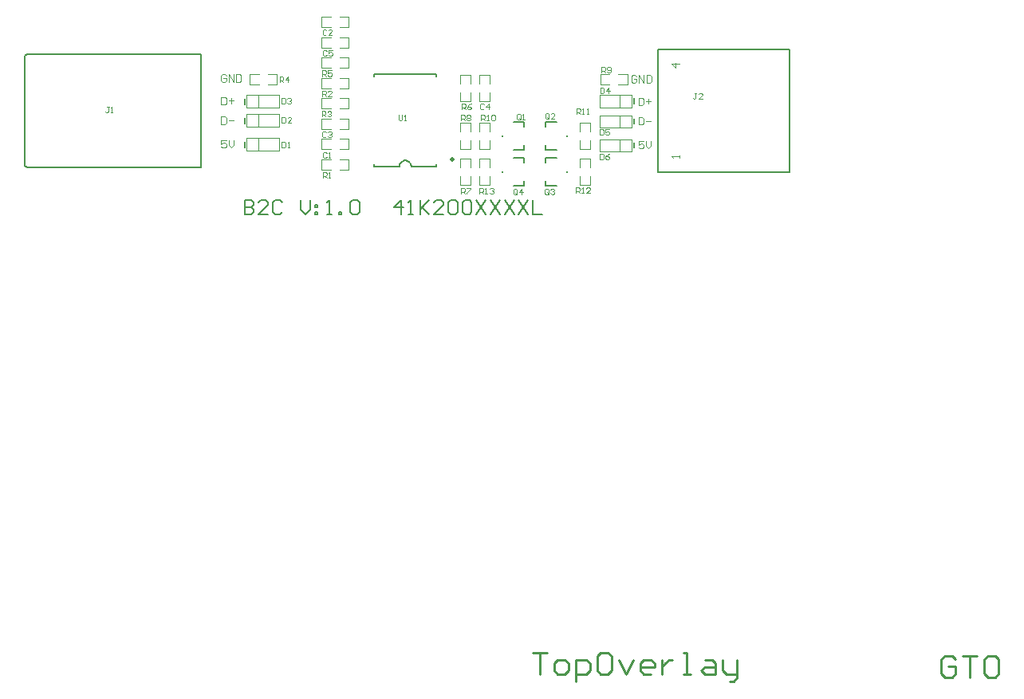
<source format=gto>
%FSLAX44Y44*%
%MOMM*%
G71*
G01*
G75*
%ADD10O,2.0320X0.3302*%
%ADD11R,0.8000X0.8000*%
%ADD12R,0.9144X0.9144*%
%ADD13R,1.2700X0.9144*%
%ADD14R,0.5600X0.8200*%
%ADD15C,0.2540*%
%ADD16C,0.5000*%
%ADD17C,0.3000*%
%ADD18C,0.2286*%
%ADD19C,2.2000*%
%ADD20O,1.1000X1.3000*%
%ADD21C,1.3000*%
%ADD22O,2.3000X1.3000*%
%ADD23O,3.2000X1.4000*%
%ADD24C,0.9000*%
%ADD25C,1.8000*%
%ADD26O,2.0000X1.6000*%
%ADD27O,4.0000X1.6000*%
%ADD28C,0.6000*%
%ADD29C,0.2032*%
%ADD30C,0.1500*%
%ADD31C,0.5000*%
%ADD32C,0.1500*%
%ADD33C,0.1500*%
%ADD34C,0.1000*%
%ADD35C,0.1524*%
%ADD36C,0.1270*%
D18*
X3024201Y1660123D02*
X3020393Y1663932D01*
X3012775D01*
X3008966Y1660123D01*
Y1644888D01*
X3012775Y1641079D01*
X3020393D01*
X3024201Y1644888D01*
Y1652506D01*
X3016584D01*
X3031819Y1663932D02*
X3047054D01*
X3039437D01*
Y1641079D01*
X3066098Y1663932D02*
X3058481D01*
X3054672Y1660123D01*
Y1644888D01*
X3058481Y1641079D01*
X3066098D01*
X3069907Y1644888D01*
Y1660123D01*
X3066098Y1663932D01*
X2575388Y1667386D02*
X2590623D01*
X2583006D01*
Y1644534D01*
X2602050D02*
X2609667D01*
X2613476Y1648342D01*
Y1655960D01*
X2609667Y1659769D01*
X2602050D01*
X2598241Y1655960D01*
Y1648342D01*
X2602050Y1644534D01*
X2621094Y1636916D02*
Y1659769D01*
X2632520D01*
X2636329Y1655960D01*
Y1648342D01*
X2632520Y1644534D01*
X2621094D01*
X2655373Y1667386D02*
X2647755D01*
X2643946Y1663578D01*
Y1648342D01*
X2647755Y1644534D01*
X2655373D01*
X2659181Y1648342D01*
Y1663578D01*
X2655373Y1667386D01*
X2666799Y1659769D02*
X2674417Y1644534D01*
X2682034Y1659769D01*
X2701078Y1644534D02*
X2693460D01*
X2689651Y1648342D01*
Y1655960D01*
X2693460Y1659769D01*
X2701078D01*
X2704886Y1655960D01*
Y1652151D01*
X2689651D01*
X2712504Y1659769D02*
Y1644534D01*
Y1652151D01*
X2716313Y1655960D01*
X2720121Y1659769D01*
X2723930D01*
X2735357Y1644534D02*
X2742974D01*
X2739165D01*
Y1667386D01*
X2735357D01*
X2758209Y1659769D02*
X2765827D01*
X2769636Y1655960D01*
Y1644534D01*
X2758209D01*
X2754401Y1648342D01*
X2758209Y1652151D01*
X2769636D01*
X2777253Y1659769D02*
Y1648342D01*
X2781062Y1644534D01*
X2792488D01*
Y1640725D01*
X2788680Y1636916D01*
X2784871D01*
X2792488Y1644534D02*
Y1659769D01*
D30*
X2446501Y2183671D02*
X2446018Y2186101D01*
X2444642Y2188161D01*
X2442581Y2189538D01*
X2440151Y2190021D01*
X2437721Y2189538D01*
X2435661Y2188161D01*
X2434285Y2186101D01*
X2433801Y2183671D01*
X2472891D02*
Y2186211D01*
X2472876Y2279606D02*
Y2282146D01*
D31*
X2489586Y2191221D02*
D03*
D32*
X2407011Y2183671D02*
X2433801D01*
X2446501D02*
X2472891D01*
X2406996Y2282146D02*
X2472876D01*
X2269398Y2209697D02*
Y2204366D01*
Y2235097D02*
Y2229766D01*
Y2255417D02*
Y2250086D01*
X2683025Y2250845D02*
Y2256177D01*
Y2229255D02*
Y2234587D01*
Y2203855D02*
Y2209187D01*
X2269411Y2147866D02*
Y2132871D01*
X2276909D01*
X2279408Y2135370D01*
Y2137870D01*
X2276909Y2140369D01*
X2269411D01*
X2276909D01*
X2279408Y2142868D01*
Y2145367D01*
X2276909Y2147866D01*
X2269411D01*
X2294403Y2132871D02*
X2284406D01*
X2294403Y2142868D01*
Y2145367D01*
X2291904Y2147866D01*
X2286906D01*
X2284406Y2145367D01*
X2309398D02*
X2306899Y2147866D01*
X2301901D01*
X2299402Y2145367D01*
Y2135370D01*
X2301901Y2132871D01*
X2306899D01*
X2309398Y2135370D01*
X2329392Y2147866D02*
Y2137870D01*
X2334390Y2132871D01*
X2339389Y2137870D01*
Y2147866D01*
X2344387Y2142868D02*
X2346886D01*
Y2140369D01*
X2344387D01*
Y2142868D01*
Y2135370D02*
X2346886D01*
Y2132871D01*
X2344387D01*
Y2135370D01*
X2356883Y2132871D02*
X2361881D01*
X2359382D01*
Y2147866D01*
X2356883Y2145367D01*
X2369379Y2132871D02*
Y2135370D01*
X2371878D01*
Y2132871D01*
X2369379D01*
X2381875Y2145367D02*
X2384374Y2147866D01*
X2389373D01*
X2391872Y2145367D01*
Y2135370D01*
X2389373Y2132871D01*
X2384374D01*
X2381875Y2135370D01*
Y2145367D01*
X2435659Y2132871D02*
Y2147866D01*
X2428161Y2140369D01*
X2438158D01*
X2443156Y2132871D02*
X2448155D01*
X2445656D01*
Y2147866D01*
X2443156Y2145367D01*
X2455652Y2147866D02*
Y2132871D01*
Y2137870D01*
X2465649Y2147866D01*
X2458152Y2140369D01*
X2465649Y2132871D01*
X2480644D02*
X2470648D01*
X2480644Y2142868D01*
Y2145367D01*
X2478145Y2147866D01*
X2473147D01*
X2470648Y2145367D01*
X2485643D02*
X2488142Y2147866D01*
X2493140D01*
X2495639Y2145367D01*
Y2135370D01*
X2493140Y2132871D01*
X2488142D01*
X2485643Y2135370D01*
Y2145367D01*
X2500638D02*
X2503137Y2147866D01*
X2508136D01*
X2510635Y2145367D01*
Y2135370D01*
X2508136Y2132871D01*
X2503137D01*
X2500638Y2135370D01*
Y2145367D01*
X2515633Y2147866D02*
X2525630Y2132871D01*
Y2147866D02*
X2515633Y2132871D01*
X2530628Y2147866D02*
X2540625Y2132871D01*
Y2147866D02*
X2530628Y2132871D01*
X2545623Y2147866D02*
X2555620Y2132871D01*
Y2147866D02*
X2545623Y2132871D01*
X2560619Y2147866D02*
X2570615Y2132871D01*
Y2147866D02*
X2560619Y2132871D01*
X2575614Y2147866D02*
Y2132871D01*
X2585610D01*
D33*
X2407011Y2183671D02*
Y2186211D01*
X2406996Y2279606D02*
Y2282146D01*
D34*
X2529971Y2182951D02*
Y2192451D01*
X2518971Y2163951D02*
Y2173701D01*
X2529971Y2163951D02*
Y2173701D01*
X2518971Y2163951D02*
X2529971D01*
X2518971Y2182951D02*
Y2192451D01*
X2529971D01*
X2625651Y2163951D02*
Y2173451D01*
X2636652Y2182701D02*
Y2192451D01*
X2625651Y2182701D02*
Y2192451D01*
X2636652D01*
Y2163951D02*
Y2173451D01*
X2625651Y2163951D02*
X2636652D01*
X2379971Y2201911D02*
Y2212911D01*
X2370471D02*
X2379971D01*
X2351471Y2201911D02*
Y2212911D01*
Y2201911D02*
X2361221D01*
X2351471Y2212911D02*
X2361221D01*
X2370471Y2201911D02*
X2379971D01*
X2351471Y2331451D02*
Y2342451D01*
Y2331451D02*
X2360972D01*
X2379971D02*
Y2342451D01*
X2370222D02*
X2379971D01*
X2370222Y2331451D02*
X2379971D01*
X2351471Y2342451D02*
X2360972D01*
X2351471Y2223501D02*
Y2234501D01*
Y2223501D02*
X2360972D01*
X2379971D02*
Y2234501D01*
X2370222D02*
X2379971D01*
X2370222Y2223501D02*
X2379971D01*
X2351471Y2234501D02*
X2360972D01*
X2518971Y2281351D02*
X2529971D01*
X2518971Y2271851D02*
Y2281351D01*
Y2252851D02*
X2529971D01*
Y2262601D01*
X2518971Y2252851D02*
Y2262601D01*
X2529971Y2271851D02*
Y2281351D01*
X2351471Y2309861D02*
Y2320861D01*
Y2309861D02*
X2360972D01*
X2379971D02*
Y2320861D01*
X2370222D02*
X2379971D01*
X2370222Y2309861D02*
X2379971D01*
X2351471Y2320861D02*
X2360972D01*
X2306271Y2200911D02*
Y2213911D01*
X2271771D02*
X2306021D01*
X2271771Y2200911D02*
Y2213911D01*
Y2200911D02*
X2306021D01*
X2284271D02*
Y2213911D01*
X2306271Y2226311D02*
Y2239311D01*
X2271771D02*
X2306021D01*
X2271771Y2226311D02*
Y2239311D01*
Y2226311D02*
X2306021D01*
X2284271D02*
Y2239311D01*
X2306271Y2246631D02*
Y2259631D01*
X2271771D02*
X2306021D01*
X2271771Y2246631D02*
Y2259631D01*
Y2246631D02*
X2306021D01*
X2284271D02*
Y2259631D01*
X2646151Y2246631D02*
Y2259631D01*
X2646402Y2246631D02*
X2680652D01*
Y2259631D01*
X2646401D02*
X2680652D01*
X2668152Y2246631D02*
Y2259631D01*
X2646151Y2225041D02*
Y2238041D01*
X2646402Y2225041D02*
X2680652D01*
Y2238041D01*
X2646401D02*
X2680652D01*
X2668152Y2225041D02*
Y2238041D01*
X2351471Y2180321D02*
Y2191321D01*
Y2180321D02*
X2360972D01*
X2379971D02*
Y2191321D01*
X2370222D02*
X2379971D01*
X2370222Y2180321D02*
X2379971D01*
X2351471Y2191321D02*
X2360972D01*
X2351471Y2266681D02*
Y2277681D01*
Y2266681D02*
X2360972D01*
X2379971D02*
Y2277681D01*
X2370222D02*
X2379971D01*
X2370222Y2266681D02*
X2379971D01*
X2351471Y2277681D02*
X2360972D01*
X2379971Y2245091D02*
Y2256091D01*
X2370471D02*
X2379971D01*
X2351471Y2245091D02*
Y2256091D01*
Y2245091D02*
X2361221D01*
X2351471Y2256091D02*
X2361221D01*
X2370471Y2245091D02*
X2379971D01*
X2275271Y2270491D02*
Y2281491D01*
Y2270491D02*
X2284772D01*
X2303772D02*
Y2281491D01*
X2294021D02*
X2303772D01*
X2294021Y2270491D02*
X2303772D01*
X2275271Y2281491D02*
X2284772D01*
X2351471Y2288271D02*
Y2299271D01*
Y2288271D02*
X2360972D01*
X2379971D02*
Y2299271D01*
X2370222D02*
X2379971D01*
X2370222Y2288271D02*
X2379971D01*
X2351471Y2299271D02*
X2360972D01*
X2498651Y2252851D02*
X2509651D01*
Y2262351D01*
X2498651Y2281351D02*
X2509651D01*
X2498651Y2271601D02*
Y2281351D01*
X2509651Y2271601D02*
Y2281351D01*
X2498651Y2252851D02*
Y2262351D01*
Y2192451D02*
X2509651D01*
X2498651Y2182951D02*
Y2192451D01*
Y2163951D02*
X2509651D01*
Y2173701D01*
X2498651Y2163951D02*
Y2173701D01*
X2509651Y2182951D02*
Y2192451D01*
X2498651Y2202051D02*
X2509651D01*
Y2211551D01*
X2498651Y2230551D02*
X2509651D01*
X2498651Y2220801D02*
Y2230551D01*
X2509651Y2220801D02*
Y2230551D01*
X2498651Y2202051D02*
Y2211551D01*
X2647381Y2270491D02*
Y2281491D01*
Y2270491D02*
X2656882D01*
X2675881D02*
Y2281491D01*
X2666132D02*
X2675881D01*
X2666132Y2270491D02*
X2675881D01*
X2647381Y2281491D02*
X2656882D01*
X2518971Y2230551D02*
X2529971D01*
X2518971Y2221051D02*
Y2230551D01*
Y2202051D02*
X2529971D01*
Y2211801D01*
X2518971Y2202051D02*
Y2211801D01*
X2529971Y2221051D02*
Y2230551D01*
X2625651Y2202051D02*
X2636652D01*
Y2211551D01*
X2625651Y2230551D02*
X2636652D01*
X2625651Y2220801D02*
Y2230551D01*
X2636652Y2220801D02*
Y2230551D01*
X2625651Y2202051D02*
Y2211551D01*
X2646151Y2199641D02*
Y2212641D01*
X2646402Y2199641D02*
X2680652D01*
Y2212641D01*
X2646401D02*
X2680652D01*
X2668152Y2199641D02*
Y2212641D01*
X2433011Y2238419D02*
Y2233421D01*
X2434011Y2232421D01*
X2436010D01*
X2437010Y2233421D01*
Y2238419D01*
X2439009Y2232421D02*
X2441009D01*
X2440009D01*
Y2238419D01*
X2439009Y2237420D01*
X2518891Y2154871D02*
Y2160869D01*
X2521890D01*
X2522890Y2159870D01*
Y2157870D01*
X2521890Y2156871D01*
X2518891D01*
X2520891D02*
X2522890Y2154871D01*
X2524889D02*
X2526889D01*
X2525889D01*
Y2160869D01*
X2524889Y2159870D01*
X2529888D02*
X2530887Y2160869D01*
X2532887D01*
X2533887Y2159870D01*
Y2158870D01*
X2532887Y2157870D01*
X2531887D01*
X2532887D01*
X2533887Y2156871D01*
Y2155871D01*
X2532887Y2154871D01*
X2530887D01*
X2529888Y2155871D01*
X2621411Y2155371D02*
Y2161369D01*
X2624410D01*
X2625410Y2160370D01*
Y2158370D01*
X2624410Y2157371D01*
X2621411D01*
X2623411D02*
X2625410Y2155371D01*
X2627409D02*
X2629409D01*
X2628409D01*
Y2161369D01*
X2627409Y2160370D01*
X2636407Y2155371D02*
X2632408D01*
X2636407Y2159370D01*
Y2160370D01*
X2635407Y2161369D01*
X2633407D01*
X2632408Y2160370D01*
X2558910Y2154871D02*
Y2158870D01*
X2557910Y2159869D01*
X2555911D01*
X2554911Y2158870D01*
Y2154871D01*
X2555911Y2153871D01*
X2557910D01*
X2556911Y2155871D02*
X2558910Y2153871D01*
X2557910D02*
X2558910Y2154871D01*
X2563908Y2153871D02*
Y2159869D01*
X2560909Y2156870D01*
X2564908D01*
X2592410Y2155371D02*
Y2159370D01*
X2591411Y2160369D01*
X2589411D01*
X2588411Y2159370D01*
Y2155371D01*
X2589411Y2154371D01*
X2591411D01*
X2590411Y2156371D02*
X2592410Y2154371D01*
X2591411D02*
X2592410Y2155371D01*
X2594409Y2159370D02*
X2595409Y2160369D01*
X2597408D01*
X2598408Y2159370D01*
Y2158370D01*
X2597408Y2157370D01*
X2596409D01*
X2597408D01*
X2598408Y2156371D01*
Y2155371D01*
X2597408Y2154371D01*
X2595409D01*
X2594409Y2155371D01*
X2356660Y2198240D02*
X2355660Y2199239D01*
X2353661D01*
X2352661Y2198240D01*
Y2194241D01*
X2353661Y2193241D01*
X2355660D01*
X2356660Y2194241D01*
X2358659Y2193241D02*
X2360659D01*
X2359659D01*
Y2199239D01*
X2358659Y2198240D01*
X2356410Y2328370D02*
X2355410Y2329369D01*
X2353411D01*
X2352411Y2328370D01*
Y2324371D01*
X2353411Y2323371D01*
X2355410D01*
X2356410Y2324371D01*
X2362408Y2323371D02*
X2358409D01*
X2362408Y2327370D01*
Y2328370D01*
X2361408Y2329369D01*
X2359409D01*
X2358409Y2328370D01*
X2355910Y2219930D02*
X2354910Y2220929D01*
X2352911D01*
X2351911Y2219930D01*
Y2215931D01*
X2352911Y2214931D01*
X2354910D01*
X2355910Y2215931D01*
X2357909Y2219930D02*
X2358909Y2220929D01*
X2360908D01*
X2361908Y2219930D01*
Y2218930D01*
X2360908Y2217930D01*
X2359909D01*
X2360908D01*
X2361908Y2216931D01*
Y2215931D01*
X2360908Y2214931D01*
X2358909D01*
X2357909Y2215931D01*
X2523660Y2249370D02*
X2522660Y2250369D01*
X2520661D01*
X2519661Y2249370D01*
Y2245371D01*
X2520661Y2244371D01*
X2522660D01*
X2523660Y2245371D01*
X2528658Y2244371D02*
Y2250369D01*
X2525659Y2247370D01*
X2529658D01*
X2356660Y2306190D02*
X2355660Y2307189D01*
X2353661D01*
X2352661Y2306190D01*
Y2302191D01*
X2353661Y2301191D01*
X2355660D01*
X2356660Y2302191D01*
X2362658Y2307189D02*
X2358659D01*
Y2304190D01*
X2360659Y2305190D01*
X2361658D01*
X2362658Y2304190D01*
Y2302191D01*
X2361658Y2301191D01*
X2359659D01*
X2358659Y2302191D01*
X2309161Y2210119D02*
Y2204121D01*
X2312160D01*
X2313160Y2205121D01*
Y2209120D01*
X2312160Y2210119D01*
X2309161D01*
X2315159Y2204121D02*
X2317159D01*
X2316159D01*
Y2210119D01*
X2315159Y2209120D01*
X2309111Y2236119D02*
Y2230121D01*
X2312110D01*
X2313110Y2231121D01*
Y2235120D01*
X2312110Y2236119D01*
X2309111D01*
X2319108Y2230121D02*
X2315109D01*
X2319108Y2234120D01*
Y2235120D01*
X2318108Y2236119D01*
X2316109D01*
X2315109Y2235120D01*
X2308911Y2256369D02*
Y2250371D01*
X2311910D01*
X2312910Y2251371D01*
Y2255370D01*
X2311910Y2256369D01*
X2308911D01*
X2314909Y2255370D02*
X2315909Y2256369D01*
X2317908D01*
X2318908Y2255370D01*
Y2254370D01*
X2317908Y2253370D01*
X2316909D01*
X2317908D01*
X2318908Y2252371D01*
Y2251371D01*
X2317908Y2250371D01*
X2315909D01*
X2314909Y2251371D01*
X2647161Y2267369D02*
Y2261371D01*
X2650161D01*
X2651160Y2262371D01*
Y2266370D01*
X2650161Y2267369D01*
X2647161D01*
X2656158Y2261371D02*
Y2267369D01*
X2653159Y2264370D01*
X2657158D01*
X2646661Y2223119D02*
Y2217121D01*
X2649660D01*
X2650660Y2218121D01*
Y2222120D01*
X2649660Y2223119D01*
X2646661D01*
X2656658D02*
X2652659D01*
Y2220120D01*
X2654659Y2221120D01*
X2655658D01*
X2656658Y2220120D01*
Y2218121D01*
X2655658Y2217121D01*
X2653659D01*
X2652659Y2218121D01*
X2646911Y2197369D02*
Y2191371D01*
X2649910D01*
X2650910Y2192371D01*
Y2196370D01*
X2649910Y2197369D01*
X2646911D01*
X2656908D02*
X2654909Y2196370D01*
X2652910Y2194370D01*
Y2192371D01*
X2653909Y2191371D01*
X2655909D01*
X2656908Y2192371D01*
Y2193371D01*
X2655909Y2194370D01*
X2652910D01*
X2562660Y2234371D02*
Y2238370D01*
X2561660Y2239369D01*
X2559661D01*
X2558661Y2238370D01*
Y2234371D01*
X2559661Y2233371D01*
X2561660D01*
X2560661Y2235371D02*
X2562660Y2233371D01*
X2561660D02*
X2562660Y2234371D01*
X2564659Y2233371D02*
X2566659D01*
X2565659D01*
Y2239369D01*
X2564659Y2238370D01*
X2592660Y2235121D02*
Y2239120D01*
X2591660Y2240119D01*
X2589661D01*
X2588661Y2239120D01*
Y2235121D01*
X2589661Y2234121D01*
X2591660D01*
X2590661Y2236121D02*
X2592660Y2234121D01*
X2591660D02*
X2592660Y2235121D01*
X2598658Y2234121D02*
X2594659D01*
X2598658Y2238120D01*
Y2239120D01*
X2597658Y2240119D01*
X2595659D01*
X2594659Y2239120D01*
X2352661Y2171801D02*
Y2177799D01*
X2355660D01*
X2356660Y2176800D01*
Y2174800D01*
X2355660Y2173801D01*
X2352661D01*
X2354661D02*
X2356660Y2171801D01*
X2358659D02*
X2360659D01*
X2359659D01*
Y2177799D01*
X2358659Y2176800D01*
X2352161Y2258311D02*
Y2264309D01*
X2355160D01*
X2356160Y2263310D01*
Y2261310D01*
X2355160Y2260311D01*
X2352161D01*
X2354161D02*
X2356160Y2258311D01*
X2362158D02*
X2358159D01*
X2362158Y2262310D01*
Y2263310D01*
X2361158Y2264309D01*
X2359159D01*
X2358159Y2263310D01*
X2351661Y2236621D02*
Y2242619D01*
X2354660D01*
X2355660Y2241620D01*
Y2239620D01*
X2354660Y2238621D01*
X2351661D01*
X2353661D02*
X2355660Y2236621D01*
X2357659Y2241620D02*
X2358659Y2242619D01*
X2360658D01*
X2361658Y2241620D01*
Y2240620D01*
X2360658Y2239620D01*
X2359659D01*
X2360658D01*
X2361658Y2238621D01*
Y2237621D01*
X2360658Y2236621D01*
X2358659D01*
X2357659Y2237621D01*
X2306661Y2273121D02*
Y2279119D01*
X2309660D01*
X2310660Y2278120D01*
Y2276120D01*
X2309660Y2275121D01*
X2306661D01*
X2308661D02*
X2310660Y2273121D01*
X2315658D02*
Y2279119D01*
X2312659Y2276120D01*
X2316658D01*
X2351911Y2279751D02*
Y2285749D01*
X2354910D01*
X2355910Y2284750D01*
Y2282750D01*
X2354910Y2281751D01*
X2351911D01*
X2353911D02*
X2355910Y2279751D01*
X2361908Y2285749D02*
X2357909D01*
Y2282750D01*
X2359909Y2283750D01*
X2360908D01*
X2361908Y2282750D01*
Y2280751D01*
X2360908Y2279751D01*
X2358909D01*
X2357909Y2280751D01*
X2499911Y2244371D02*
Y2250369D01*
X2502910D01*
X2503910Y2249370D01*
Y2247370D01*
X2502910Y2246371D01*
X2499911D01*
X2501911D02*
X2503910Y2244371D01*
X2509908Y2250369D02*
X2507909Y2249370D01*
X2505909Y2247370D01*
Y2245371D01*
X2506909Y2244371D01*
X2508908D01*
X2509908Y2245371D01*
Y2246371D01*
X2508908Y2247370D01*
X2505909D01*
X2499411Y2154871D02*
Y2160869D01*
X2502410D01*
X2503410Y2159870D01*
Y2157870D01*
X2502410Y2156871D01*
X2499411D01*
X2501411D02*
X2503410Y2154871D01*
X2505409Y2160869D02*
X2509408D01*
Y2159870D01*
X2505409Y2155871D01*
Y2154871D01*
X2499411Y2232371D02*
Y2238369D01*
X2502410D01*
X2503410Y2237370D01*
Y2235370D01*
X2502410Y2234371D01*
X2499411D01*
X2501411D02*
X2503410Y2232371D01*
X2505409Y2237370D02*
X2506409Y2238369D01*
X2508408D01*
X2509408Y2237370D01*
Y2236370D01*
X2508408Y2235370D01*
X2509408Y2234371D01*
Y2233371D01*
X2508408Y2232371D01*
X2506409D01*
X2505409Y2233371D01*
Y2234371D01*
X2506409Y2235370D01*
X2505409Y2236370D01*
Y2237370D01*
X2506409Y2235370D02*
X2508408D01*
X2648411Y2283371D02*
Y2289369D01*
X2651411D01*
X2652410Y2288370D01*
Y2286370D01*
X2651411Y2285371D01*
X2648411D01*
X2650411D02*
X2652410Y2283371D01*
X2654409Y2284371D02*
X2655409Y2283371D01*
X2657408D01*
X2658408Y2284371D01*
Y2288370D01*
X2657408Y2289369D01*
X2655409D01*
X2654409Y2288370D01*
Y2287370D01*
X2655409Y2286370D01*
X2658408D01*
X2520661Y2232371D02*
Y2238369D01*
X2523660D01*
X2524660Y2237370D01*
Y2235370D01*
X2523660Y2234371D01*
X2520661D01*
X2522661D02*
X2524660Y2232371D01*
X2526659D02*
X2528659D01*
X2527659D01*
Y2238369D01*
X2526659Y2237370D01*
X2531658D02*
X2532657Y2238369D01*
X2534657D01*
X2535656Y2237370D01*
Y2233371D01*
X2534657Y2232371D01*
X2532657D01*
X2531658Y2233371D01*
Y2237370D01*
X2621911Y2239621D02*
Y2245619D01*
X2624910D01*
X2625910Y2244620D01*
Y2242620D01*
X2624910Y2241621D01*
X2621911D01*
X2623911D02*
X2625910Y2239621D01*
X2627910D02*
X2629909D01*
X2628909D01*
Y2245619D01*
X2627910Y2244620D01*
X2632908Y2239621D02*
X2634907D01*
X2633907D01*
Y2245619D01*
X2632908Y2244620D01*
X2749412Y2261869D02*
X2747412D01*
X2748412D01*
Y2256871D01*
X2747412Y2255871D01*
X2746412D01*
X2745413Y2256871D01*
X2755410Y2255871D02*
X2751411D01*
X2755410Y2259870D01*
Y2260870D01*
X2754410Y2261869D01*
X2752411D01*
X2751411Y2260870D01*
X2125660Y2247119D02*
X2123661D01*
X2124660D01*
Y2242121D01*
X2123661Y2241121D01*
X2122661D01*
X2121662Y2242121D01*
X2127659Y2241121D02*
X2129659D01*
X2128659D01*
Y2247119D01*
X2127659Y2246120D01*
X2249993Y2211619D02*
X2244661D01*
Y2207620D01*
X2247327Y2208953D01*
X2248660D01*
X2249993Y2207620D01*
Y2204954D01*
X2248660Y2203621D01*
X2245994D01*
X2244661Y2204954D01*
X2252659Y2211619D02*
Y2206287D01*
X2255325Y2203621D01*
X2257990Y2206287D01*
Y2211619D01*
X2244661Y2257619D02*
Y2249621D01*
X2248660D01*
X2249993Y2250954D01*
Y2256286D01*
X2248660Y2257619D01*
X2244661D01*
X2252659Y2253620D02*
X2257990D01*
X2255325Y2256286D02*
Y2250954D01*
X2244661Y2236869D02*
Y2228871D01*
X2248660D01*
X2249993Y2230204D01*
Y2235536D01*
X2248660Y2236869D01*
X2244661D01*
X2252659Y2232870D02*
X2257990D01*
X2249993Y2280286D02*
X2248660Y2281619D01*
X2245994D01*
X2244661Y2280286D01*
Y2274954D01*
X2245994Y2273621D01*
X2248660D01*
X2249993Y2274954D01*
Y2277620D01*
X2247327D01*
X2252659Y2273621D02*
Y2281619D01*
X2257990Y2273621D01*
Y2281619D01*
X2260656D02*
Y2273621D01*
X2264655D01*
X2265988Y2274954D01*
Y2280286D01*
X2264655Y2281619D01*
X2260656D01*
X2731161Y2292620D02*
X2723164D01*
X2727162Y2288621D01*
Y2293953D01*
X2730911Y2193121D02*
Y2195787D01*
Y2194454D01*
X2722914D01*
X2724247Y2193121D01*
X2685493Y2279536D02*
X2684160Y2280869D01*
X2681494D01*
X2680161Y2279536D01*
Y2274204D01*
X2681494Y2272871D01*
X2684160D01*
X2685493Y2274204D01*
Y2276870D01*
X2682827D01*
X2688159Y2272871D02*
Y2280869D01*
X2693490Y2272871D01*
Y2280869D01*
X2696156D02*
Y2272871D01*
X2700155D01*
X2701488Y2274204D01*
Y2279536D01*
X2700155Y2280869D01*
X2696156D01*
X2687661Y2236119D02*
Y2228121D01*
X2691660D01*
X2692993Y2229454D01*
Y2234786D01*
X2691660Y2236119D01*
X2687661D01*
X2695659Y2232120D02*
X2700990D01*
X2687661Y2256869D02*
Y2248871D01*
X2691660D01*
X2692993Y2250204D01*
Y2255536D01*
X2691660Y2256869D01*
X2687661D01*
X2695659Y2252870D02*
X2700990D01*
X2698325Y2255536D02*
Y2250204D01*
X2692993Y2210869D02*
X2687661D01*
Y2206870D01*
X2690327Y2208203D01*
X2691660D01*
X2692993Y2206870D01*
Y2204204D01*
X2691660Y2202871D01*
X2688994D01*
X2687661Y2204204D01*
X2695659Y2210869D02*
Y2205537D01*
X2698325Y2202871D01*
X2700990Y2205537D01*
Y2210869D01*
D35*
X2566382Y2187726D02*
Y2192806D01*
X2543521Y2177566D02*
Y2178836D01*
X2566382Y2163596D02*
Y2168676D01*
X2554951Y2192806D02*
X2566382D01*
X2554951Y2163596D02*
X2566382D01*
X2589241D02*
Y2168676D01*
X2612101Y2177566D02*
Y2178836D01*
X2589241Y2187726D02*
Y2192806D01*
Y2163596D02*
X2600671D01*
X2589241Y2192806D02*
X2600671D01*
X2566382Y2225826D02*
Y2230906D01*
X2543521Y2215666D02*
Y2216936D01*
X2566382Y2201696D02*
Y2206776D01*
X2554951Y2230906D02*
X2566382D01*
X2554951Y2201696D02*
X2566382D01*
X2589241D02*
Y2206776D01*
X2612101Y2215666D02*
Y2216936D01*
X2589241Y2225826D02*
Y2230906D01*
Y2201696D02*
X2600671D01*
X2589241Y2230906D02*
X2600671D01*
D36*
X2222896Y2182868D02*
Y2302868D01*
X2708695Y2308368D02*
X2847696D01*
Y2177368D02*
Y2308368D01*
X2708695Y2177368D02*
X2847696D01*
X2708695D02*
Y2308368D01*
X2038994Y2182868D02*
X2222896D01*
X2222896Y2182868D02*
Y2302868D01*
X2038994D02*
X2222896D01*
X2036396Y2184368D02*
Y2301368D01*
Y2184368D02*
X2038994Y2182868D01*
X2036396Y2301368D02*
X2038994Y2302868D01*
M02*

</source>
